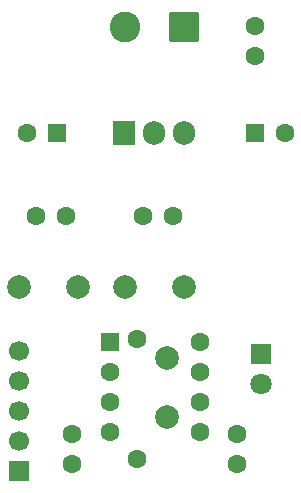
<source format=gtl>
%TF.GenerationSoftware,KiCad,Pcbnew,9.0.6*%
%TF.CreationDate,2025-11-06T07:23:16-05:00*%
%TF.ProjectId,pic-rylr998-01,7069632d-7279-46c7-9239-39382d30312e,rev?*%
%TF.SameCoordinates,Original*%
%TF.FileFunction,Copper,L1,Top*%
%TF.FilePolarity,Positive*%
%FSLAX46Y46*%
G04 Gerber Fmt 4.6, Leading zero omitted, Abs format (unit mm)*
G04 Created by KiCad (PCBNEW 9.0.6) date 2025-11-06 07:23:16*
%MOMM*%
%LPD*%
G01*
G04 APERTURE LIST*
G04 Aperture macros list*
%AMRoundRect*
0 Rectangle with rounded corners*
0 $1 Rounding radius*
0 $2 $3 $4 $5 $6 $7 $8 $9 X,Y pos of 4 corners*
0 Add a 4 corners polygon primitive as box body*
4,1,4,$2,$3,$4,$5,$6,$7,$8,$9,$2,$3,0*
0 Add four circle primitives for the rounded corners*
1,1,$1+$1,$2,$3*
1,1,$1+$1,$4,$5*
1,1,$1+$1,$6,$7*
1,1,$1+$1,$8,$9*
0 Add four rect primitives between the rounded corners*
20,1,$1+$1,$2,$3,$4,$5,0*
20,1,$1+$1,$4,$5,$6,$7,0*
20,1,$1+$1,$6,$7,$8,$9,0*
20,1,$1+$1,$8,$9,$2,$3,0*%
G04 Aperture macros list end*
%TA.AperFunction,ComponentPad*%
%ADD10R,1.800000X1.800000*%
%TD*%
%TA.AperFunction,ComponentPad*%
%ADD11C,1.800000*%
%TD*%
%TA.AperFunction,ComponentPad*%
%ADD12C,1.600000*%
%TD*%
%TA.AperFunction,ComponentPad*%
%ADD13R,1.905000X2.000000*%
%TD*%
%TA.AperFunction,ComponentPad*%
%ADD14O,1.905000X2.000000*%
%TD*%
%TA.AperFunction,ComponentPad*%
%ADD15RoundRect,0.250000X-0.550000X-0.550000X0.550000X-0.550000X0.550000X0.550000X-0.550000X0.550000X0*%
%TD*%
%TA.AperFunction,ComponentPad*%
%ADD16RoundRect,0.250000X1.050000X1.050000X-1.050000X1.050000X-1.050000X-1.050000X1.050000X-1.050000X0*%
%TD*%
%TA.AperFunction,ComponentPad*%
%ADD17C,2.600000*%
%TD*%
%TA.AperFunction,ComponentPad*%
%ADD18C,2.000000*%
%TD*%
%TA.AperFunction,ComponentPad*%
%ADD19R,1.700000X1.700000*%
%TD*%
%TA.AperFunction,ComponentPad*%
%ADD20C,1.700000*%
%TD*%
%TA.AperFunction,ComponentPad*%
%ADD21RoundRect,0.250000X0.550000X0.550000X-0.550000X0.550000X-0.550000X-0.550000X0.550000X-0.550000X0*%
%TD*%
G04 APERTURE END LIST*
D10*
%TO.P,D1,1,K*%
%TO.N,Net-(D1-K)*%
X183000000Y-105225000D03*
D11*
%TO.P,D1,2,A*%
%TO.N,Net-(D1-A)*%
X183000000Y-107765000D03*
%TD*%
D12*
%TO.P,R5,1*%
%TO.N,Net-(U1-VO)*%
X172960000Y-93500000D03*
%TO.P,R5,2*%
%TO.N,Net-(J1-Pin_1)*%
X175500000Y-93500000D03*
%TD*%
D13*
%TO.P,U1,1,GND*%
%TO.N,Net-(D1-K)*%
X171420000Y-86500000D03*
D14*
%TO.P,U1,2,VO*%
%TO.N,Net-(U1-VO)*%
X173960000Y-86500000D03*
%TO.P,U1,3,VI*%
%TO.N,Net-(U1-VI)*%
X176500000Y-86500000D03*
%TD*%
D15*
%TO.P,J1,1,Pin_1*%
%TO.N,Net-(J1-Pin_1)*%
X170190000Y-104190000D03*
D12*
%TO.P,J1,2,Pin_2*%
%TO.N,Net-(J1-Pin_2)*%
X170190000Y-106730000D03*
%TO.P,J1,3,Pin_3*%
%TO.N,Net-(J1-Pin_3)*%
X170190000Y-109270000D03*
%TO.P,J1,4,Pin_4*%
%TO.N,Net-(J1-Pin_4)*%
X170190000Y-111810000D03*
%TO.P,J1,5,Pin_5*%
%TO.N,Net-(J1-Pin_5)*%
X177810000Y-111810000D03*
%TO.P,J1,6,Pin_6*%
%TO.N,unconnected-(J1-Pin_6-Pad6)*%
X177810000Y-109270000D03*
%TO.P,J1,7,Pin_7*%
%TO.N,unconnected-(J1-Pin_7-Pad7)*%
X177810000Y-106730000D03*
%TO.P,J1,8,Pin_8*%
%TO.N,Net-(D1-K)*%
X177810000Y-104190000D03*
%TD*%
%TO.P,R4,1*%
%TO.N,Net-(U1-VO)*%
X163960000Y-93500000D03*
%TO.P,R4,2*%
%TO.N,Net-(J2-Pin_5)*%
X166500000Y-93500000D03*
%TD*%
%TO.P,R3,1*%
%TO.N,Net-(J1-Pin_5)*%
X181000000Y-114540000D03*
%TO.P,R3,2*%
%TO.N,Net-(D1-A)*%
X181000000Y-112000000D03*
%TD*%
D16*
%TO.P,J3,1,Pin_1*%
%TO.N,Net-(J3-Pin_1)*%
X176500000Y-77500000D03*
D17*
%TO.P,J3,2,Pin_2*%
%TO.N,Net-(D1-K)*%
X171500000Y-77500000D03*
%TD*%
D18*
%TO.P,C2,1*%
%TO.N,Net-(J1-Pin_1)*%
X171500000Y-99500000D03*
%TO.P,C2,2*%
%TO.N,Net-(D1-K)*%
X176500000Y-99500000D03*
%TD*%
D19*
%TO.P,J2,1,Pin_1*%
%TO.N,Net-(D1-K)*%
X162500000Y-115120000D03*
D20*
%TO.P,J2,2,Pin_2*%
%TO.N,Net-(J1-Pin_3)*%
X162500000Y-112580000D03*
%TO.P,J2,3,Pin_3*%
%TO.N,Net-(J1-Pin_2)*%
X162500000Y-110040000D03*
%TO.P,J2,4,Pin_4*%
%TO.N,unconnected-(J2-Pin_4-Pad4)*%
X162500000Y-107500000D03*
%TO.P,J2,5,Pin_5*%
%TO.N,Net-(J2-Pin_5)*%
X162500000Y-104960000D03*
%TD*%
D12*
%TO.P,R2,1*%
%TO.N,Net-(C1-Pad1)*%
X167000000Y-114545000D03*
%TO.P,R2,2*%
%TO.N,Net-(J1-Pin_4)*%
X167000000Y-112005000D03*
%TD*%
%TO.P,R1,1*%
%TO.N,Net-(J1-Pin_1)*%
X172500000Y-103920000D03*
%TO.P,R1,2*%
%TO.N,Net-(C1-Pad1)*%
X172500000Y-114080000D03*
%TD*%
D21*
%TO.P,C5,1*%
%TO.N,Net-(U1-VO)*%
X165682380Y-86500000D03*
D12*
%TO.P,C5,2*%
%TO.N,Net-(D1-K)*%
X163182380Y-86500000D03*
%TD*%
%TO.P,R6,1*%
%TO.N,Net-(J3-Pin_1)*%
X182500000Y-77455000D03*
%TO.P,R6,2*%
%TO.N,Net-(U1-VI)*%
X182500000Y-79995000D03*
%TD*%
D15*
%TO.P,C4,1*%
%TO.N,Net-(U1-VI)*%
X182500000Y-86500000D03*
D12*
%TO.P,C4,2*%
%TO.N,Net-(D1-K)*%
X185000000Y-86500000D03*
%TD*%
D18*
%TO.P,C3,1*%
%TO.N,Net-(J2-Pin_5)*%
X167500000Y-99500000D03*
%TO.P,C3,2*%
%TO.N,Net-(D1-K)*%
X162500000Y-99500000D03*
%TD*%
%TO.P,C1,1*%
%TO.N,Net-(C1-Pad1)*%
X175000000Y-110500000D03*
%TO.P,C1,2*%
%TO.N,Net-(D1-K)*%
X175000000Y-105500000D03*
%TD*%
M02*

</source>
